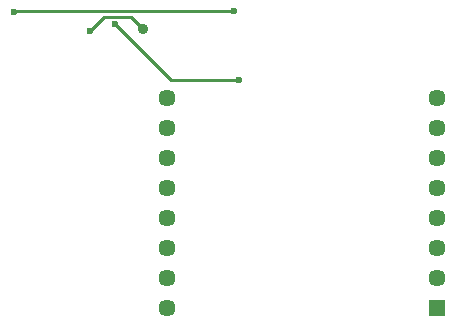
<source format=gbr>
%TF.GenerationSoftware,KiCad,Pcbnew,8.0.2*%
%TF.CreationDate,2024-07-30T14:20:43+02:00*%
%TF.ProjectId,mikrobus_x1_hatPCB,6d696b72-6f62-4757-935f-78315f686174,rev?*%
%TF.SameCoordinates,Original*%
%TF.FileFunction,Copper,L2,Bot*%
%TF.FilePolarity,Positive*%
%FSLAX46Y46*%
G04 Gerber Fmt 4.6, Leading zero omitted, Abs format (unit mm)*
G04 Created by KiCad (PCBNEW 8.0.2) date 2024-07-30 14:20:43*
%MOMM*%
%LPD*%
G01*
G04 APERTURE LIST*
%TA.AperFunction,ComponentPad*%
%ADD10R,1.445000X1.445000*%
%TD*%
%TA.AperFunction,ComponentPad*%
%ADD11C,1.445000*%
%TD*%
%TA.AperFunction,ViaPad*%
%ADD12C,0.600000*%
%TD*%
%TA.AperFunction,ViaPad*%
%ADD13C,0.900000*%
%TD*%
%TA.AperFunction,Conductor*%
%ADD14C,0.250000*%
%TD*%
G04 APERTURE END LIST*
D10*
%TO.P,IC1,1,AN*%
%TO.N,Net-(IC1-AN)*%
X159980000Y-104480000D03*
D11*
%TO.P,IC1,2,RST*%
%TO.N,Net-(IC1-RST)*%
X159980000Y-101940000D03*
%TO.P,IC1,3,CS*%
%TO.N,Net-(IC1-CS)*%
X159980000Y-99400000D03*
%TO.P,IC1,4,SCK*%
%TO.N,Net-(IC1-SCK)*%
X159980000Y-96860000D03*
%TO.P,IC1,5,MISO*%
%TO.N,Net-(IC1-MISO)*%
X159980000Y-94320000D03*
%TO.P,IC1,6,MOSI*%
%TO.N,Net-(IC1-MOSI)*%
X159980000Y-91780000D03*
%TO.P,IC1,7,+3.3V*%
%TO.N,3V3*%
X159980000Y-89240000D03*
%TO.P,IC1,8,GND_1*%
%TO.N,GND*%
X159980000Y-86700000D03*
%TO.P,IC1,9,PWM*%
%TO.N,Net-(IC1-PWM)*%
X137120000Y-104480000D03*
%TO.P,IC1,10,INT*%
%TO.N,Net-(IC1-INT)*%
X137120000Y-101940000D03*
%TO.P,IC1,11,RX*%
%TO.N,Net-(IC1-RX)*%
X137120000Y-99400000D03*
%TO.P,IC1,12,TX*%
%TO.N,Net-(IC1-TX)*%
X137120000Y-96860000D03*
%TO.P,IC1,13,SCL*%
%TO.N,Net-(IC1-SCL)*%
X137120000Y-94320000D03*
%TO.P,IC1,14,SDA*%
%TO.N,Net-(IC1-SDA)*%
X137120000Y-91780000D03*
%TO.P,IC1,15,+5V*%
%TO.N,5V*%
X137120000Y-89240000D03*
%TO.P,IC1,16,GND_2*%
%TO.N,GND*%
X137120000Y-86700000D03*
%TD*%
D12*
%TO.N,GND*%
X130560000Y-81090000D03*
D13*
X135090000Y-80880000D03*
D12*
%TO.N,3V3*%
X142800000Y-79350000D03*
X124180000Y-79460000D03*
%TO.N,Net-(IC1-RST)*%
X132670000Y-80470000D03*
X143170000Y-85240000D03*
%TD*%
D14*
%TO.N,GND*%
X135090000Y-80880000D02*
X134055000Y-79845000D01*
X134055000Y-79845000D02*
X131805000Y-79845000D01*
X131805000Y-79845000D02*
X130560000Y-81090000D01*
%TO.N,3V3*%
X124180000Y-79460000D02*
X124245000Y-79395000D01*
X142755000Y-79395000D02*
X142800000Y-79350000D01*
X124245000Y-79395000D02*
X142755000Y-79395000D01*
%TO.N,Net-(IC1-RST)*%
X137440000Y-85240000D02*
X132670000Y-80470000D01*
X143170000Y-85240000D02*
X137440000Y-85240000D01*
%TD*%
M02*

</source>
